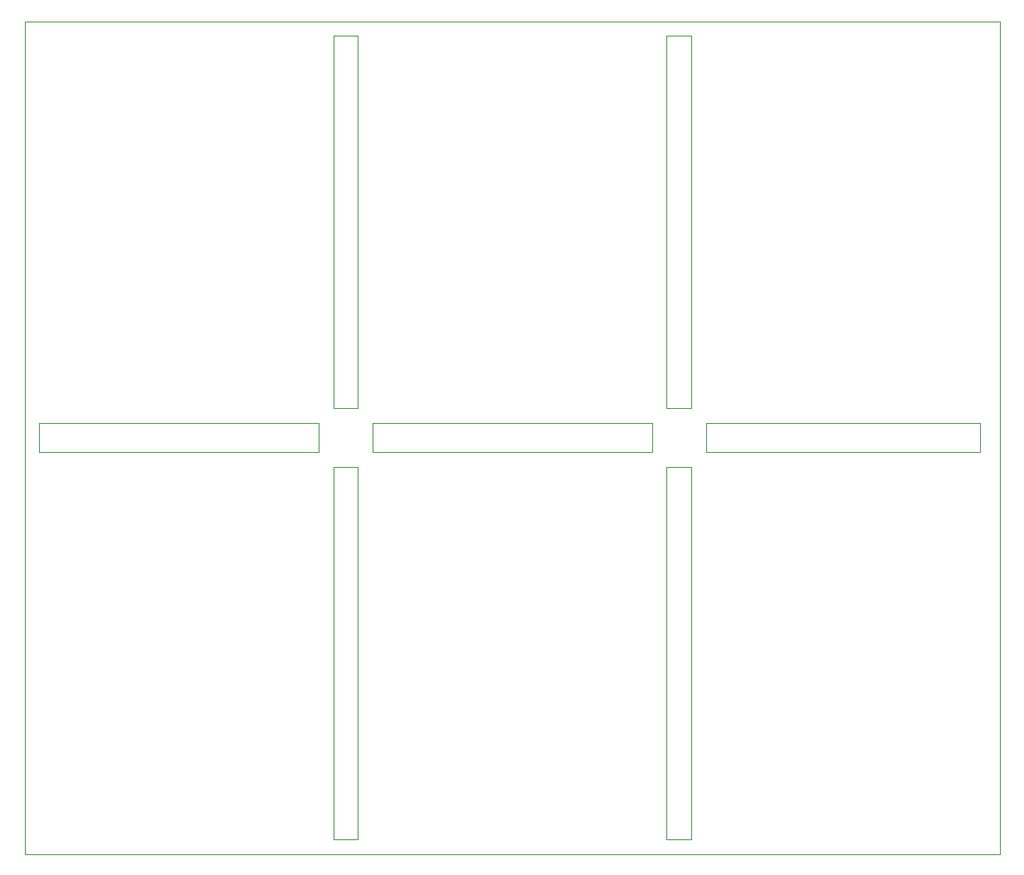
<source format=gbr>
%TF.GenerationSoftware,KiCad,Pcbnew,8.0.1*%
%TF.CreationDate,2024-05-08T16:13:40-04:00*%
%TF.ProjectId,whistle-synth,77686973-746c-4652-9d73-796e74682e6b,rev?*%
%TF.SameCoordinates,Original*%
%TF.FileFunction,Profile,NP*%
%FSLAX46Y46*%
G04 Gerber Fmt 4.6, Leading zero omitted, Abs format (unit mm)*
G04 Created by KiCad (PCBNEW 8.0.1) date 2024-05-08 16:13:40*
%MOMM*%
%LPD*%
G01*
G04 APERTURE LIST*
%TA.AperFunction,Profile*%
%ADD10C,0.050000*%
%TD*%
G04 APERTURE END LIST*
D10*
X150000000Y-46000000D02*
X249500000Y-46000000D01*
X249500000Y-131000000D01*
X150000000Y-131000000D01*
X150000000Y-46000000D01*
X219500000Y-87000000D02*
X247500000Y-87000000D01*
X247500000Y-90000000D01*
X219500000Y-90000000D01*
X219500000Y-87000000D01*
X215500000Y-47500000D02*
X218000000Y-47500000D01*
X218000000Y-85500000D01*
X215500000Y-85500000D01*
X215500000Y-47500000D01*
X185500000Y-87000000D02*
X214000000Y-87000000D01*
X214000000Y-90000000D01*
X185500000Y-90000000D01*
X185500000Y-87000000D01*
X181500000Y-47500000D02*
X184000000Y-47500000D01*
X184000000Y-85500000D01*
X181500000Y-85500000D01*
X181500000Y-47500000D01*
X151500000Y-87000000D02*
X180000000Y-87000000D01*
X180000000Y-90000000D01*
X151500000Y-90000000D01*
X151500000Y-87000000D01*
X215500000Y-91500000D02*
X218000000Y-91500000D01*
X218000000Y-129500000D01*
X215500000Y-129500000D01*
X215500000Y-91500000D01*
X181500000Y-91500000D02*
X184000000Y-91500000D01*
X184000000Y-129500000D01*
X181500000Y-129500000D01*
X181500000Y-91500000D01*
M02*

</source>
